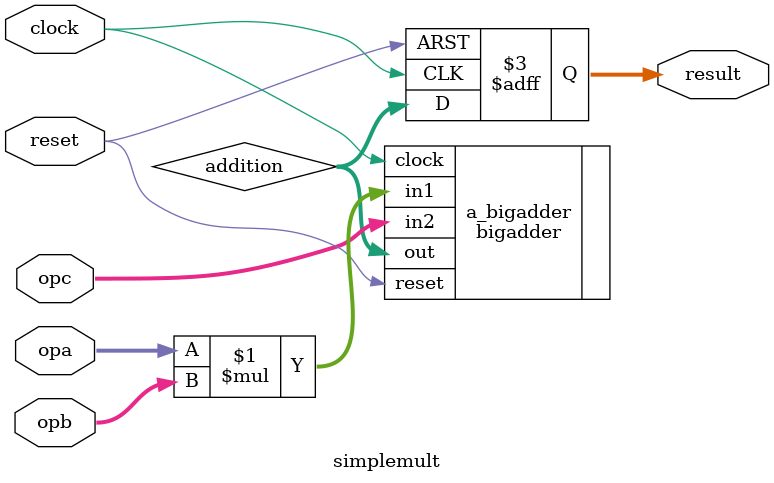
<source format=v>
`timescale 1ps / 1ps


// returns operand a (opa) multiplied with operand b (opb) with operand c (opc) added on. 
// The output is registred, i.e. a flipflop. The rest of the design assumes this module contain only a single flipflop stage.
// if you need more flipflop stages here, you need to also make modifications elsewhere.  

/// you should 
//  1) replace the adder in this module with equivalent logic without the + operator 
//  2) replace the multiplier with equivalent logic without the * operator

module simplemult (
input clock,
input reset,
input [7:0] opa,
input [7:0] opb,
input [7:0] opc,
output reg [16:0] result
);
///*
wire [16:0] addition;

bigadder a_bigadder(.clock(clock), .reset(reset), .in1(opa * opb ),.in2(opc),.out(addition));

always @(posedge clock or posedge reset)
begin
	if(reset)
	begin
		result <= 0;
	end
	else
	begin
		result <= addition;
	end
end
//*/
/*
always @(posedge clock or posedge reset)
begin
	if(reset)
	begin
		result <= 0;
	end
	else
	begin
		result <= (opa * opb ) + opc;
	end
end
*/
endmodule

</source>
